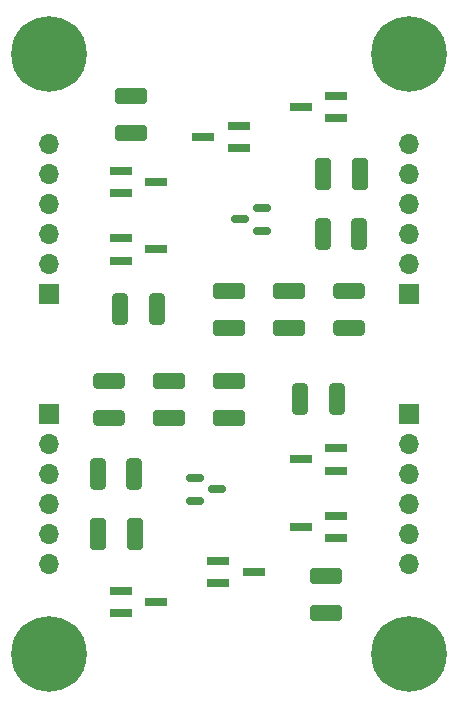
<source format=gbs>
G04 #@! TF.GenerationSoftware,KiCad,Pcbnew,(6.0.9)*
G04 #@! TF.CreationDate,2022-11-27T19:58:19+01:00*
G04 #@! TF.ProjectId,SPI2WS2812,53504932-5753-4323-9831-322e6b696361,rev?*
G04 #@! TF.SameCoordinates,Original*
G04 #@! TF.FileFunction,Soldermask,Bot*
G04 #@! TF.FilePolarity,Negative*
%FSLAX46Y46*%
G04 Gerber Fmt 4.6, Leading zero omitted, Abs format (unit mm)*
G04 Created by KiCad (PCBNEW (6.0.9)) date 2022-11-27 19:58:19*
%MOMM*%
%LPD*%
G01*
G04 APERTURE LIST*
G04 Aperture macros list*
%AMRoundRect*
0 Rectangle with rounded corners*
0 $1 Rounding radius*
0 $2 $3 $4 $5 $6 $7 $8 $9 X,Y pos of 4 corners*
0 Add a 4 corners polygon primitive as box body*
4,1,4,$2,$3,$4,$5,$6,$7,$8,$9,$2,$3,0*
0 Add four circle primitives for the rounded corners*
1,1,$1+$1,$2,$3*
1,1,$1+$1,$4,$5*
1,1,$1+$1,$6,$7*
1,1,$1+$1,$8,$9*
0 Add four rect primitives between the rounded corners*
20,1,$1+$1,$2,$3,$4,$5,0*
20,1,$1+$1,$4,$5,$6,$7,0*
20,1,$1+$1,$6,$7,$8,$9,0*
20,1,$1+$1,$8,$9,$2,$3,0*%
G04 Aperture macros list end*
%ADD10R,1.900000X0.800000*%
%ADD11RoundRect,0.250000X0.400000X1.075000X-0.400000X1.075000X-0.400000X-1.075000X0.400000X-1.075000X0*%
%ADD12RoundRect,0.250000X-1.075000X0.400000X-1.075000X-0.400000X1.075000X-0.400000X1.075000X0.400000X0*%
%ADD13RoundRect,0.250000X-0.400000X-1.075000X0.400000X-1.075000X0.400000X1.075000X-0.400000X1.075000X0*%
%ADD14RoundRect,0.250000X1.075000X-0.400000X1.075000X0.400000X-1.075000X0.400000X-1.075000X-0.400000X0*%
%ADD15RoundRect,0.150000X0.587500X0.150000X-0.587500X0.150000X-0.587500X-0.150000X0.587500X-0.150000X0*%
%ADD16RoundRect,0.150000X-0.587500X-0.150000X0.587500X-0.150000X0.587500X0.150000X-0.587500X0.150000X0*%
%ADD17RoundRect,0.250000X1.100000X-0.412500X1.100000X0.412500X-1.100000X0.412500X-1.100000X-0.412500X0*%
%ADD18RoundRect,0.250000X-1.100000X0.412500X-1.100000X-0.412500X1.100000X-0.412500X1.100000X0.412500X0*%
%ADD19RoundRect,0.250000X0.412500X1.100000X-0.412500X1.100000X-0.412500X-1.100000X0.412500X-1.100000X0*%
%ADD20RoundRect,0.250000X-0.412500X-1.100000X0.412500X-1.100000X0.412500X1.100000X-0.412500X1.100000X0*%
%ADD21O,1.700000X1.700000*%
%ADD22R,1.700000X1.700000*%
%ADD23C,6.400000*%
%ADD24C,0.800000*%
G04 APERTURE END LIST*
D10*
X98020001Y-71754999D03*
X95020001Y-70804999D03*
X95020001Y-72704999D03*
X98020001Y-77469999D03*
X95020001Y-76519999D03*
X95020001Y-78419999D03*
X102005001Y-67944999D03*
X105005001Y-68894999D03*
X105005001Y-66994999D03*
X110260000Y-65405000D03*
X113260000Y-66355000D03*
X113260000Y-64455000D03*
X113260005Y-100015001D03*
X113260005Y-101915001D03*
X110260005Y-100965001D03*
X113260001Y-94299999D03*
X113260001Y-96199999D03*
X110260001Y-95249999D03*
X103275000Y-105725001D03*
X103275000Y-103825001D03*
X106275000Y-104775001D03*
X95020000Y-108265000D03*
X95020000Y-106365000D03*
X98020000Y-107315000D03*
D11*
X94970000Y-82550001D03*
X98070000Y-82550001D03*
D12*
X114300000Y-84100000D03*
X114300000Y-81000000D03*
D11*
X112114999Y-76199999D03*
X115214999Y-76199999D03*
D13*
X110210002Y-90170000D03*
X113310002Y-90170000D03*
D14*
X93980000Y-91720000D03*
X93980000Y-88620000D03*
D13*
X93065002Y-96520001D03*
X96165002Y-96520001D03*
D15*
X105107499Y-74929999D03*
X106982499Y-75879999D03*
X106982499Y-73979999D03*
D16*
X101297501Y-98740003D03*
X101297501Y-96840003D03*
X103172501Y-97790003D03*
D17*
X109220001Y-80987501D03*
X109220001Y-84112501D03*
X104140000Y-80987500D03*
X104140000Y-84112500D03*
D18*
X95885001Y-67602501D03*
X95885001Y-64477501D03*
D19*
X112102501Y-71120001D03*
X115227501Y-71120001D03*
D18*
X99060001Y-88607504D03*
X99060001Y-91732504D03*
X104139999Y-88607501D03*
X104139999Y-91732501D03*
D17*
X112395001Y-108242500D03*
X112395001Y-105117500D03*
D20*
X93052504Y-101600002D03*
X96177504Y-101600002D03*
D21*
X88900000Y-68580000D03*
X88900000Y-71120000D03*
X88900000Y-73660000D03*
X88900000Y-76200000D03*
X88900000Y-78740000D03*
D22*
X88900000Y-81280000D03*
D23*
X119380000Y-111760000D03*
D24*
X117682944Y-113457056D03*
X121780000Y-111760000D03*
X121077056Y-110062944D03*
X116980000Y-111760000D03*
X119380000Y-114160000D03*
X121077056Y-113457056D03*
X117682944Y-110062944D03*
X119380000Y-109360000D03*
X90597056Y-113457056D03*
X88900000Y-109360000D03*
X87202944Y-110062944D03*
X87202944Y-113457056D03*
X88900000Y-114160000D03*
X86500000Y-111760000D03*
X90597056Y-110062944D03*
X91300000Y-111760000D03*
D23*
X88900000Y-111760000D03*
D24*
X87202944Y-59262944D03*
X90597056Y-59262944D03*
D23*
X88900000Y-60960000D03*
D24*
X88900000Y-63360000D03*
X91300000Y-60960000D03*
X88900000Y-58560000D03*
X90597056Y-62657056D03*
X86500000Y-60960000D03*
X87202944Y-62657056D03*
X119380000Y-58560000D03*
X121077056Y-62657056D03*
X117682944Y-62657056D03*
X116980000Y-60960000D03*
X117682944Y-59262944D03*
X121077056Y-59262944D03*
X121780000Y-60960000D03*
X119380000Y-63360000D03*
D23*
X119380000Y-60960000D03*
D21*
X119380000Y-104140000D03*
X119380000Y-101600000D03*
X119380000Y-99060000D03*
X119380000Y-96520000D03*
X119380000Y-93980000D03*
D22*
X119380000Y-91440000D03*
D21*
X88900000Y-104140000D03*
X88900000Y-101600000D03*
X88900000Y-99060000D03*
X88900000Y-96520000D03*
X88900000Y-93980000D03*
D22*
X88900000Y-91440000D03*
D21*
X119380000Y-68580000D03*
X119380000Y-71120000D03*
X119380000Y-73660000D03*
X119380000Y-76200000D03*
X119380000Y-78740000D03*
D22*
X119380000Y-81280000D03*
M02*

</source>
